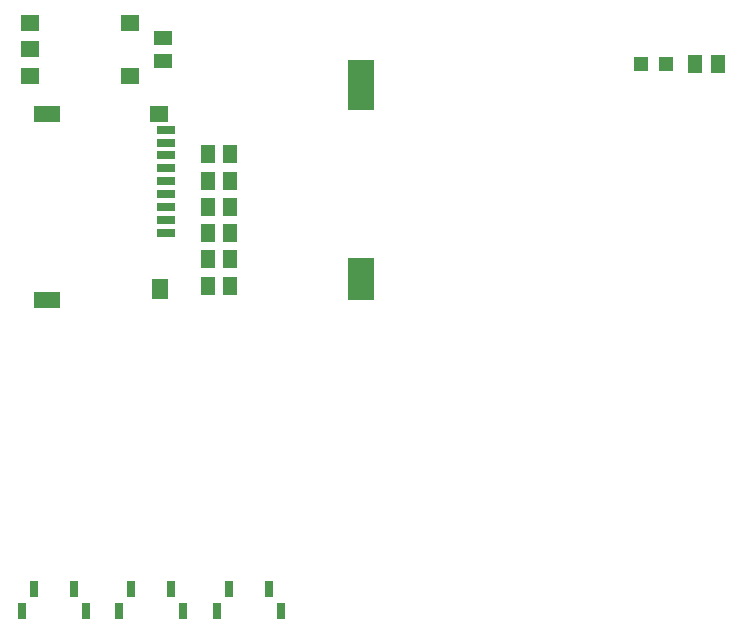
<source format=gtp>
G75*
%MOIN*%
%OFA0B0*%
%FSLAX25Y25*%
%IPPOS*%
%LPD*%
%AMOC8*
5,1,8,0,0,1.08239X$1,22.5*
%
%ADD10R,0.06299X0.05512*%
%ADD11R,0.04724X0.04724*%
%ADD12R,0.05906X0.05118*%
%ADD13R,0.09055X0.16929*%
%ADD14R,0.09055X0.14409*%
%ADD15R,0.05118X0.05906*%
%ADD16R,0.06299X0.02756*%
%ADD17R,0.08661X0.05512*%
%ADD18R,0.05512X0.07087*%
%ADD19R,0.02800X0.05600*%
D10*
X0057943Y0175906D03*
X0048091Y0188642D03*
X0048091Y0206358D03*
X0015020Y0206358D03*
X0015020Y0197500D03*
X0015020Y0188642D03*
D11*
X0218671Y0192500D03*
X0226939Y0192500D03*
D12*
X0059055Y0193760D03*
X0059055Y0201240D03*
D13*
X0125305Y0185692D03*
D14*
X0125305Y0120963D03*
D15*
X0081545Y0118750D03*
X0074065Y0118750D03*
X0074065Y0127500D03*
X0081545Y0127500D03*
X0081545Y0136250D03*
X0074065Y0136250D03*
X0074065Y0145000D03*
X0081545Y0145000D03*
X0081545Y0153750D03*
X0074065Y0153750D03*
X0074065Y0162500D03*
X0081545Y0162500D03*
X0236565Y0192500D03*
X0244045Y0192500D03*
D16*
X0060305Y0170787D03*
X0060305Y0166457D03*
X0060305Y0162126D03*
X0060305Y0157795D03*
X0060305Y0153465D03*
X0060305Y0149134D03*
X0060305Y0144803D03*
X0060305Y0140472D03*
X0060305Y0136142D03*
D17*
X0020541Y0114094D03*
X0020541Y0175906D03*
D18*
X0058337Y0117638D03*
D19*
X0012175Y0010138D03*
X0016112Y0017618D03*
X0029498Y0017618D03*
X0033435Y0010138D03*
X0044675Y0010138D03*
X0048612Y0017618D03*
X0061998Y0017618D03*
X0065935Y0010138D03*
X0077175Y0010138D03*
X0081112Y0017618D03*
X0094498Y0017618D03*
X0098435Y0010138D03*
M02*

</source>
